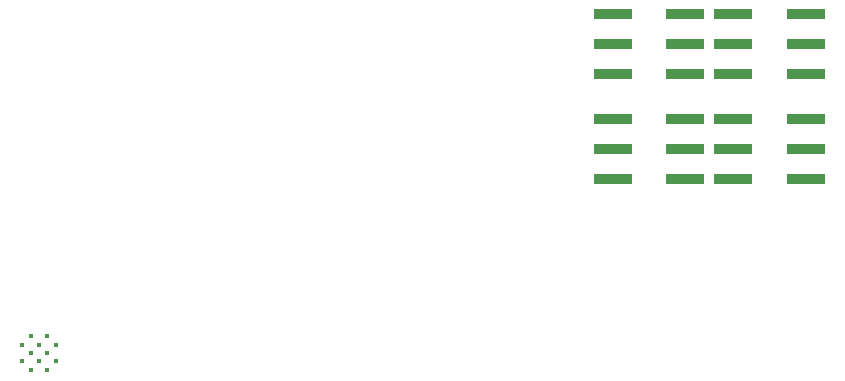
<source format=gbr>
%TF.GenerationSoftware,KiCad,Pcbnew,9.0.2*%
%TF.CreationDate,2026-01-01T18:40:39-05:00*%
%TF.ProjectId,Fracture,46726163-7475-4726-952e-6b696361645f,rev?*%
%TF.SameCoordinates,Original*%
%TF.FileFunction,Paste,Top*%
%TF.FilePolarity,Positive*%
%FSLAX46Y46*%
G04 Gerber Fmt 4.6, Leading zero omitted, Abs format (unit mm)*
G04 Created by KiCad (PCBNEW 9.0.2) date 2026-01-01 18:40:39*
%MOMM*%
%LPD*%
G01*
G04 APERTURE LIST*
%ADD10R,3.300000X0.850000*%
%ADD11C,0.400000*%
G04 APERTURE END LIST*
D10*
%TO.C,CO3*%
X266060000Y-37460000D03*
X272200000Y-37460000D03*
X266060000Y-40000000D03*
X272200000Y-40000000D03*
X266060000Y-42540000D03*
X272200000Y-42540000D03*
%TD*%
%TO.C,CO4*%
X266060000Y-46366782D03*
X272200000Y-46366782D03*
X266060000Y-48906782D03*
X272200000Y-48906782D03*
X266060000Y-51446782D03*
X272200000Y-51446782D03*
%TD*%
%TO.C,CO1*%
X255860000Y-37460000D03*
X262000000Y-37460000D03*
X255860000Y-40000000D03*
X262000000Y-40000000D03*
X255860000Y-42540000D03*
X262000000Y-42540000D03*
%TD*%
%TO.C,CO2*%
X255860000Y-46366782D03*
X262000000Y-46366782D03*
X255860000Y-48906782D03*
X262000000Y-48906782D03*
X255860000Y-51446782D03*
X262000000Y-51446782D03*
%TD*%
D11*
%TO.C,U5*%
X208700000Y-66892500D03*
X208700000Y-65492500D03*
X208000000Y-67592500D03*
X208000000Y-66192500D03*
X208000000Y-64792500D03*
X207300000Y-66892500D03*
X207300000Y-65492500D03*
X206600000Y-67592500D03*
X206600000Y-66192500D03*
X206600000Y-64792500D03*
X205900000Y-66892500D03*
X205900000Y-65492500D03*
%TD*%
M02*

</source>
